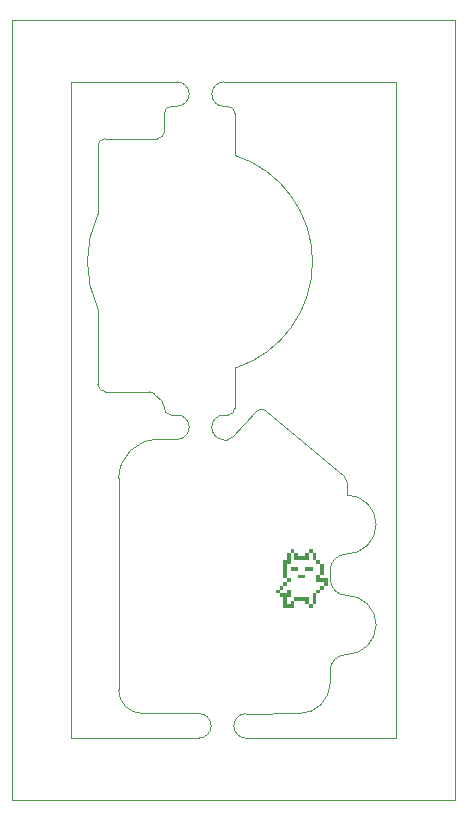
<source format=gbr>
%TF.GenerationSoftware,KiCad,Pcbnew,8.0.2-1*%
%TF.CreationDate,2024-07-30T22:04:44-07:00*%
%TF.ProjectId,tamagotchi_panel_rounded,74616d61-676f-4746-9368-695f70616e65,rev?*%
%TF.SameCoordinates,Original*%
%TF.FileFunction,Legend,Bot*%
%TF.FilePolarity,Positive*%
%FSLAX46Y46*%
G04 Gerber Fmt 4.6, Leading zero omitted, Abs format (unit mm)*
G04 Created by KiCad (PCBNEW 8.0.2-1) date 2024-07-30 22:04:44*
%MOMM*%
%LPD*%
G01*
G04 APERTURE LIST*
%ADD10C,0.000000*%
%TA.AperFunction,Profile*%
%ADD11C,0.100000*%
%TD*%
G04 APERTURE END LIST*
D10*
%TO.C,G\u002A\u002A\u002A*%
G36*
X44425462Y-61531442D02*
G01*
X44425462Y-61687731D01*
X44269173Y-61687731D01*
X44112885Y-61687731D01*
X44112885Y-61531442D01*
X44112885Y-61375154D01*
X44269173Y-61375154D01*
X44425462Y-61375154D01*
X44425462Y-61531442D01*
G37*
G36*
X44112885Y-61844019D02*
G01*
X44112885Y-62000307D01*
X43956596Y-62000307D01*
X43800308Y-62000307D01*
X43800308Y-61844019D01*
X43800308Y-61687731D01*
X43956596Y-61687731D01*
X44112885Y-61687731D01*
X44112885Y-61844019D01*
G37*
G36*
X43487731Y-59968558D02*
G01*
X43487731Y-60124846D01*
X43175154Y-60124846D01*
X42862577Y-60124846D01*
X42862577Y-59968558D01*
X42862577Y-59812269D01*
X43175154Y-59812269D01*
X43487731Y-59812269D01*
X43487731Y-59968558D01*
G37*
G36*
X42862577Y-60593711D02*
G01*
X42862577Y-60750000D01*
X42550000Y-60750000D01*
X42237423Y-60750000D01*
X42237423Y-60593711D01*
X42237423Y-60437423D01*
X42550000Y-60437423D01*
X42862577Y-60437423D01*
X42862577Y-60593711D01*
G37*
G36*
X42237423Y-59968558D02*
G01*
X42237423Y-60124846D01*
X41924846Y-60124846D01*
X41612269Y-60124846D01*
X41612269Y-59968558D01*
X41612269Y-59812269D01*
X41924846Y-59812269D01*
X42237423Y-59812269D01*
X42237423Y-59968558D01*
G37*
G36*
X41299693Y-61218865D02*
G01*
X41299693Y-61375154D01*
X41143404Y-61375154D01*
X40987116Y-61375154D01*
X40987116Y-61218865D01*
X40987116Y-61062577D01*
X41143404Y-61062577D01*
X41299693Y-61062577D01*
X41299693Y-61218865D01*
G37*
G36*
X40987116Y-61531442D02*
G01*
X40987116Y-61687731D01*
X40830827Y-61687731D01*
X40674539Y-61687731D01*
X40674539Y-61531442D01*
X40674539Y-61375154D01*
X40830827Y-61375154D01*
X40987116Y-61375154D01*
X40987116Y-61531442D01*
G37*
G36*
X44112885Y-60593711D02*
G01*
X44112885Y-60750000D01*
X44425462Y-60750000D01*
X44738039Y-60750000D01*
X44738039Y-61062577D01*
X44738039Y-61375154D01*
X44581750Y-61375154D01*
X44425462Y-61375154D01*
X44425462Y-61218865D01*
X44425462Y-61062577D01*
X44112885Y-61062577D01*
X43800308Y-61062577D01*
X43800308Y-60750000D01*
X43800308Y-60437423D01*
X43956596Y-60437423D01*
X44112885Y-60437423D01*
X44112885Y-60593711D01*
G37*
G36*
X42081135Y-58561961D02*
G01*
X42237423Y-58561961D01*
X42237423Y-58718250D01*
X42237423Y-58874538D01*
X42550000Y-58874538D01*
X42862577Y-58874538D01*
X42862577Y-58718250D01*
X42862577Y-58561961D01*
X43018866Y-58561961D01*
X43175154Y-58561961D01*
X43175154Y-58874538D01*
X43175154Y-59187115D01*
X42550000Y-59187115D01*
X41924846Y-59187115D01*
X41924846Y-58874538D01*
X41924846Y-58561961D01*
X42081135Y-58561961D01*
G37*
G36*
X41924846Y-58405673D02*
G01*
X41924846Y-58561961D01*
X41768558Y-58561961D01*
X41612269Y-58561961D01*
X41612269Y-58405673D01*
X41612269Y-58249385D01*
X41768558Y-58249385D01*
X41924846Y-58249385D01*
X41924846Y-58405673D01*
G37*
G36*
X41455981Y-60750000D02*
G01*
X41612269Y-60750000D01*
X41612269Y-60906288D01*
X41612269Y-61062577D01*
X41455981Y-61062577D01*
X41299693Y-61062577D01*
X41299693Y-60906288D01*
X41299693Y-60750000D01*
X41455981Y-60750000D01*
G37*
G36*
X41612269Y-59030827D02*
G01*
X41612269Y-59499692D01*
X41455981Y-59499692D01*
X41299693Y-59499692D01*
X41299693Y-60124846D01*
X41299693Y-60750000D01*
X41143404Y-60750000D01*
X40987116Y-60750000D01*
X40987116Y-59968558D01*
X40987116Y-59187115D01*
X41143404Y-59187115D01*
X41299693Y-59187115D01*
X41299693Y-58874538D01*
X41299693Y-58561961D01*
X41455981Y-58561961D01*
X41612269Y-58561961D01*
X41612269Y-59030827D01*
G37*
G36*
X43800308Y-62469173D02*
G01*
X43800308Y-62938038D01*
X43644019Y-62938038D01*
X43487731Y-62938038D01*
X43487731Y-63094327D01*
X43487731Y-63250615D01*
X43331442Y-63250615D01*
X43175154Y-63250615D01*
X43175154Y-63094327D01*
X43175154Y-62938038D01*
X43018866Y-62938038D01*
X42862577Y-62938038D01*
X42862577Y-62781750D01*
X42862577Y-62625461D01*
X42393712Y-62625461D01*
X41924846Y-62625461D01*
X41924846Y-62469173D01*
X41924846Y-62312884D01*
X42550000Y-62312884D01*
X43175154Y-62312884D01*
X43175154Y-62625461D01*
X43175154Y-62938038D01*
X43331442Y-62938038D01*
X43487731Y-62938038D01*
X43487731Y-62469173D01*
X43487731Y-62000307D01*
X43644019Y-62000307D01*
X43800308Y-62000307D01*
X43800308Y-62469173D01*
G37*
G36*
X44269173Y-59499692D02*
G01*
X44425462Y-59499692D01*
X44425462Y-59968558D01*
X44425462Y-60437423D01*
X44269173Y-60437423D01*
X44112885Y-60437423D01*
X44112885Y-59968558D01*
X44112885Y-59499692D01*
X44269173Y-59499692D01*
G37*
G36*
X43956596Y-59187115D02*
G01*
X44112885Y-59187115D01*
X44112885Y-59343404D01*
X44112885Y-59499692D01*
X43956596Y-59499692D01*
X43800308Y-59499692D01*
X43800308Y-59343404D01*
X43800308Y-59187115D01*
X43956596Y-59187115D01*
G37*
G36*
X43644019Y-58561961D02*
G01*
X43800308Y-58561961D01*
X43800308Y-58874538D01*
X43800308Y-59187115D01*
X43644019Y-59187115D01*
X43487731Y-59187115D01*
X43487731Y-58874538D01*
X43487731Y-58561961D01*
X43644019Y-58561961D01*
G37*
G36*
X43487731Y-58405673D02*
G01*
X43487731Y-58561961D01*
X43331442Y-58561961D01*
X43175154Y-58561961D01*
X43175154Y-58405673D01*
X43175154Y-58249385D01*
X43331442Y-58249385D01*
X43487731Y-58249385D01*
X43487731Y-58405673D01*
G37*
G36*
X40674539Y-61844019D02*
G01*
X40674539Y-62000307D01*
X40987116Y-62000307D01*
X41299693Y-62000307D01*
X41299693Y-61844019D01*
X41299693Y-61687731D01*
X41455981Y-61687731D01*
X41612269Y-61687731D01*
X41612269Y-62000307D01*
X41612269Y-62312884D01*
X41455981Y-62312884D01*
X41299693Y-62312884D01*
X41299693Y-62625461D01*
X41299693Y-62938038D01*
X41455981Y-62938038D01*
X41612269Y-62938038D01*
X41612269Y-62781750D01*
X41612269Y-62625461D01*
X41768558Y-62625461D01*
X41924846Y-62625461D01*
X41924846Y-62938038D01*
X41924846Y-63250615D01*
X41455981Y-63250615D01*
X40987116Y-63250615D01*
X40987116Y-62781750D01*
X40987116Y-62312884D01*
X40830827Y-62312884D01*
X40674539Y-62312884D01*
X40674539Y-62156596D01*
X40674539Y-62000307D01*
X40518250Y-62000307D01*
X40361962Y-62000307D01*
X40361962Y-61844019D01*
X40361962Y-61687731D01*
X40518250Y-61687731D01*
X40674539Y-61687731D01*
X40674539Y-61844019D01*
G37*
%TD*%
D11*
X31976504Y-18693512D02*
G75*
G02*
X31977224Y-20775888I696J-1041188D01*
G01*
X17994496Y-13500000D02*
X55494496Y-13500000D01*
X55494496Y-79500000D01*
X17994496Y-79500000D01*
X17994496Y-13500000D01*
X46135992Y-52103264D02*
G75*
G02*
X46350095Y-52562712I-385892J-459436D01*
G01*
X44950077Y-68583079D02*
G75*
G02*
X46350077Y-67183077I1400023J-21D01*
G01*
X27050077Y-67383079D02*
X27050077Y-52283079D01*
X25900000Y-44928268D02*
G75*
G02*
X25299932Y-44328268I0J600068D01*
G01*
X36287028Y-20782683D02*
G75*
G02*
X36892542Y-21382658I5472J-600017D01*
G01*
X44950077Y-60083079D02*
G75*
G02*
X46350077Y-58683077I1400023J-21D01*
G01*
X46350077Y-53683079D02*
X46350095Y-52562712D01*
X38709268Y-46611441D02*
G75*
G02*
X39535598Y-46559459I440432J-407459D01*
G01*
X30350077Y-48983079D02*
X31978369Y-48984165D01*
X46135992Y-52103264D02*
X39535638Y-46559412D01*
X46350077Y-53683079D02*
G75*
G02*
X46350077Y-58683081I3J-2500001D01*
G01*
X30921404Y-21373650D02*
G75*
G02*
X31515490Y-20773533I599996J150D01*
G01*
X27050077Y-52283079D02*
G75*
G02*
X30350077Y-48983077I3300003J-1D01*
G01*
X30716824Y-45752640D02*
X30068188Y-45104004D01*
X29643924Y-44928268D02*
X25900000Y-44928268D01*
X25300000Y-24119795D02*
G75*
G02*
X25900404Y-23519800I600000J-5D01*
G01*
X27050077Y-67383079D02*
X27050077Y-70183079D01*
X50494496Y-18701499D02*
X50500000Y-74276461D01*
X25300000Y-37935576D02*
G75*
G02*
X25300000Y-29901804I8557550J4016886D01*
G01*
X38709268Y-46611441D02*
X36680998Y-48804314D01*
X29643924Y-44928268D02*
G75*
G02*
X30068183Y-45104009I-24J-600032D01*
G01*
X31977649Y-46901777D02*
X31492749Y-46901886D01*
X31492749Y-46901886D02*
G75*
G02*
X30892614Y-46302147I-149J599986D01*
G01*
X44950077Y-60783079D02*
X44950077Y-60083079D01*
X36294383Y-46910916D02*
X35972389Y-46911408D01*
X46350077Y-62183079D02*
G75*
G02*
X46350077Y-67183081I3J-2500001D01*
G01*
X33841504Y-72184408D02*
X29050077Y-72183079D01*
X25300000Y-29901804D02*
X25300000Y-24119795D01*
X35973109Y-48993796D02*
X36233460Y-48996862D01*
X44950077Y-68583079D02*
X44957272Y-69584983D01*
X31977679Y-20768983D02*
X31515490Y-20773539D01*
X35973109Y-48993796D02*
G75*
G02*
X35972389Y-46911404I-749J1041196D01*
G01*
X44957272Y-69584983D02*
G75*
G02*
X42357272Y-72184982I-2600012J13D01*
G01*
X36287028Y-20782683D02*
X35971964Y-20785531D01*
X23000000Y-74266762D02*
X22994496Y-18691800D01*
X36892452Y-24928268D02*
G75*
G02*
X36899334Y-42949639I-2894112J-9011792D01*
G01*
X35971244Y-18703143D02*
X50494496Y-18701499D01*
X30892614Y-46302147D02*
X30892560Y-46176644D01*
X36893466Y-46311964D02*
G75*
G02*
X36294383Y-46910966I-600066J1064D01*
G01*
X30716824Y-45752640D02*
G75*
G02*
X30892569Y-46176644I-424224J-424260D01*
G01*
X37836964Y-74276427D02*
X50500000Y-74276461D01*
X37836964Y-74276427D02*
G75*
G02*
X37836244Y-72194033I-704J1041197D01*
G01*
X37836244Y-72194039D02*
X42357272Y-72184983D01*
X31976504Y-18693512D02*
X22994496Y-18691800D01*
X30921766Y-22921550D02*
G75*
G02*
X30321362Y-23521666I-599966J-150D01*
G01*
X36892452Y-21382658D02*
X36892452Y-24928268D01*
X30921766Y-22921550D02*
X30921404Y-21373650D01*
X30321362Y-23521690D02*
X25900404Y-23519796D01*
X46350077Y-62183079D02*
G75*
G02*
X44950121Y-60783079I23J1399979D01*
G01*
X35971964Y-20785531D02*
G75*
G02*
X35971244Y-18703149I-694J1041191D01*
G01*
X33841504Y-72184408D02*
G75*
G02*
X33842224Y-74266792I696J-1041192D01*
G01*
X36899333Y-42949637D02*
X36893466Y-46311964D01*
X36680998Y-48804314D02*
G75*
G02*
X36233460Y-48996879I-440498J407414D01*
G01*
X25300000Y-44328268D02*
X25300000Y-37935576D01*
X29050077Y-72183079D02*
G75*
G02*
X27050121Y-70183079I23J1999979D01*
G01*
X31977649Y-46901777D02*
G75*
G02*
X31978369Y-48984163I701J-1041193D01*
G01*
X33842224Y-74266796D02*
X23000000Y-74266762D01*
M02*

</source>
